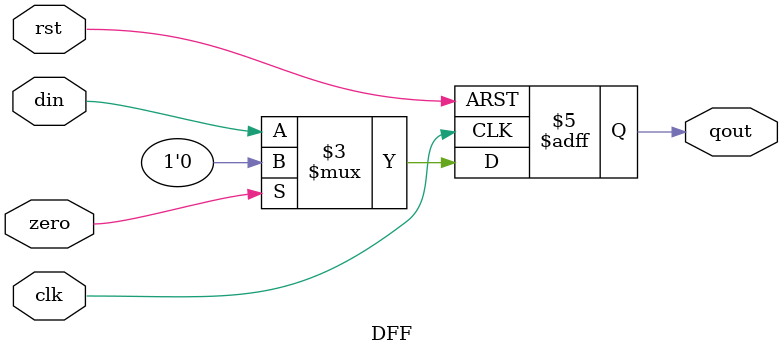
<source format=v>
module DFF (clk, rst, zero, din, qout);

	input clk, rst, zero;
	input din;
	output reg qout;
	
	always @(posedge clk, posedge rst) begin
		if (rst)
			qout <= 1'b0;
		else if (zero)
			qout <= 1'b0;
		else 
			qout <= din;
	end
	
endmodule
</source>
